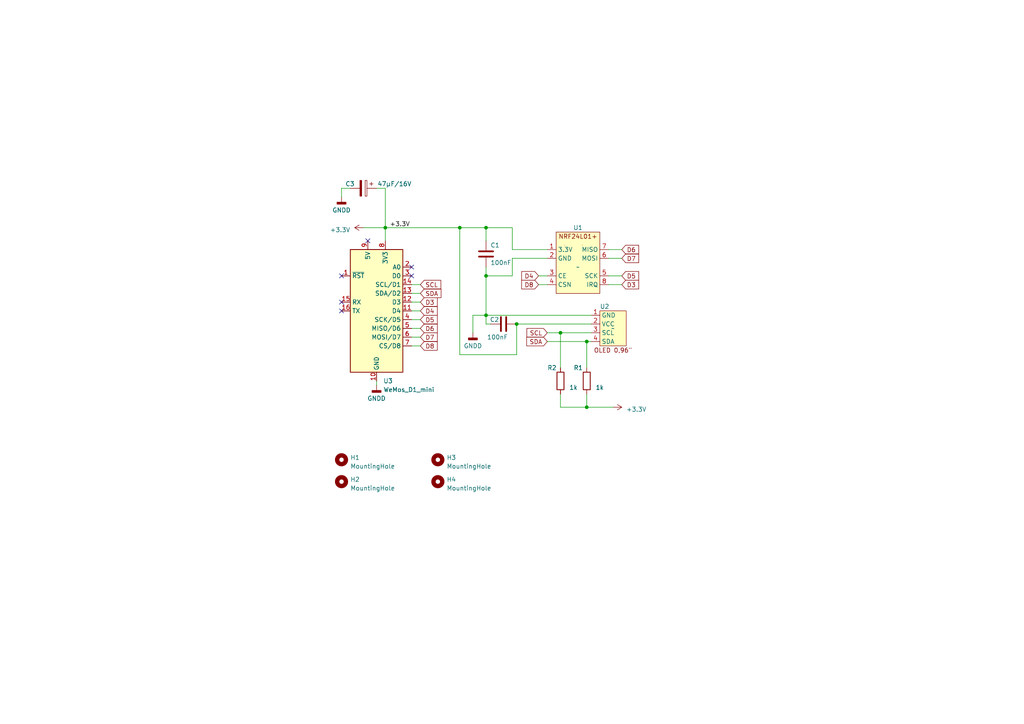
<source format=kicad_sch>
(kicad_sch (version 20230121) (generator eeschema)
  (paper "A4")
  (title_block (title "Ahoy DTU mit Display - OLED 0.96\"") (date "06.2023") (rev "2.0") (company "Peter Schneider"))
  (lib_symbols
    (symbol "Library:C" (pin_numbers hide) (pin_names (offset 0.254))
      (property "Reference" "C" (at 0.635 2.54 0))
      (property "Value" "C" (at 0.635 -2.54 0))
      (symbol "C_0_1"
        (polyline (pts (xy -2.032 -0.762) (xy 2.032 -0.762)) (stroke (width 0.508)))
        (polyline (pts (xy -2.032 0.762) (xy 2.032 0.762)) (stroke (width 0.508)))
      )
      (symbol "C_1_1"
        (pin passive line (at 0 3.81 270) (length 2.794) (name "~") (number "1"))
        (pin passive line (at 0 -3.81 90) (length 2.794) (name "~") (number "2"))
      )
    )
    (symbol "Library:C_Polarized" (pin_numbers hide) (pin_names (offset 0.254))
      (property "Reference" "C" (at 0.635 2.54 0))
      (property "Value" "C_Polarized" (at 0.635 -2.54 0))
      (symbol "C_Polarized_0_1"
        (rectangle (start -2.286 0.508) (end 2.286 1.016))
        (polyline (pts (xy -1.778 2.286) (xy -0.762 2.286)))
        (polyline (pts (xy -1.27 2.794) (xy -1.27 1.778)))
        (rectangle (start 2.286 -0.508) (end -2.286 -1.016) (fill (type outline)))
      )
      (symbol "C_Polarized_1_1"
        (pin passive line (at 0 3.81 270) (length 2.794) (name "~") (number "1"))
        (pin passive line (at 0 -3.81 90) (length 2.794) (name "~") (number "2"))
      )
    )
    (symbol "Library:MountingHole" (pin_names (offset 1.016))
      (property "Reference" "H" (at 0 5.08 0))
      (property "Value" "MountingHole" (at 0 3.175 0))
      (symbol "MountingHole_0_1"
        (circle (center 0 0) (radius 1.27) (stroke (width 1.27)))
      )
    )
    (symbol "Library:OLED_0.96"
      (property "Reference" "U" (at -2.54 6.35 0))
      (symbol "OLED_0.96_1_1"
        (rectangle (start -3.81 5.08) (end 3.81 -5.08) (fill (type background)))
        (text "OLED 0,96\"" (at 0 -6.35 0) (effects (font (size 1.27 1.27))))
        (pin power_in line (at -6.35 3.81 0) (length 2.54) (name "GND") (number "1"))
        (pin power_in line (at -6.35 1.27 0) (length 2.54) (name "VCC") (number "2"))
        (pin input line (at -6.35 -1.27 0) (length 2.54) (name "SCL") (number "3"))
        (pin bidirectional line (at -6.35 -3.81 0) (length 2.54) (name "SDA") (number "4"))
      )
    )
    (symbol "Library:R" (pin_numbers hide) (pin_names (offset 0))
      (property "Reference" "R" (at 2.032 0 90))
      (property "Value" "R" (at 0 0 90))
      (symbol "R_0_1"
        (rectangle (start -1.016 -2.54) (end 1.016 2.54) (stroke (width 0.254)))
      )
      (symbol "R_1_1"
        (pin passive line (at 0 3.81 270) (length 1.27) (name "~") (number "1"))
        (pin passive line (at 0 -3.81 90) (length 1.27) (name "~") (number "2"))
      )
    )
    (symbol "Library:WeMos_D1_mini"
      (property "Reference" "U" (at 3.81 19.05 0))
      (property "Value" "WeMos_D1_mini" (at 1.27 -19.05 0))
      (symbol "WeMos_D1_mini_1_1"
        (rectangle (start -7.62 17.78) (end 7.62 -17.78) (stroke (width 0.254)) (fill (type background)))
        (pin input line (at -10.16 10.16 0) (length 2.54) (name "~{RST}") (number "1"))
        (pin power_in line (at 0 -20.32 90) (length 2.54) (name "GND") (number "10"))
        (pin bidirectional line (at 10.16 0 180) (length 2.54) (name "D4") (number "11"))
        (pin bidirectional line (at 10.16 2.54 180) (length 2.54) (name "D3") (number "12"))
        (pin bidirectional line (at 10.16 5.08 180) (length 2.54) (name "SDA/D2") (number "13"))
        (pin bidirectional line (at 10.16 7.62 180) (length 2.54) (name "SCL/D1") (number "14"))
        (pin input line (at -10.16 2.54 0) (length 2.54) (name "RX") (number "15"))
        (pin output line (at -10.16 0 0) (length 2.54) (name "TX") (number "16"))
        (pin input line (at 10.16 12.7 180) (length 2.54) (name "A0") (number "2"))
        (pin bidirectional line (at 10.16 10.16 180) (length 2.54) (name "D0") (number "3"))
        (pin bidirectional line (at 10.16 -2.54 180) (length 2.54) (name "SCK/D5") (number "4"))
        (pin bidirectional line (at 10.16 -5.08 180) (length 2.54) (name "MISO/D6") (number "5"))
        (pin bidirectional line (at 10.16 -7.62 180) (length 2.54) (name "MOSI/D7") (number "6"))
        (pin bidirectional line (at 10.16 -10.16 180) (length 2.54) (name "CS/D8") (number "7"))
        (pin power_out line (at 2.54 20.32 270) (length 2.54) (name "3V3") (number "8"))
        (pin power_in line (at -2.54 20.32 270) (length 2.54) (name "5V") (number "9"))
      )
    )
    (symbol "NRF24L01+_1"
      (property "Reference" "U" (at 0 0 0))
      (symbol "NRF24L01+_1_0_1"
        (rectangle (start -3.81 6.35) (end -3.81 6.35))
        (rectangle (start 1.27 6.35) (end 1.27 6.35))
      )
      (symbol "NRF24L01+_1_1_1"
        (rectangle (start -6.35 10.16) (end 6.35 -7.62) (fill (type background)))
        (text "NRF24L01+" (at 0 8.89 0) (effects (font (size 1.27 1.27))))
        (pin power_in line (at -8.89 5.08 0) (length 2.54) (name "3.3V") (number "1"))
        (pin power_in line (at -8.89 2.54 0) (length 2.54) (name "GND") (number "2"))
        (pin input line (at -8.89 -2.54 0) (length 2.54) (name "CE") (number "3"))
        (pin input line (at -8.89 -5.08 0) (length 2.54) (name "CSN") (number "4"))
        (pin output line (at 8.89 -2.54 180) (length 2.54) (name "SCK") (number "5"))
        (pin input line (at 8.89 2.54 180) (length 2.54) (name "MOSI") (number "6"))
        (pin output line (at 8.89 5.08 180) (length 2.54) (name "MISO") (number "7"))
        (pin output line (at 8.89 -5.08 180) (length 2.54) (name "IRQ") (number "8"))
      )
    )
    (symbol "power:+3.3V" (power) (pin_names (offset 0))
      (property "Value" "+3.3V" (at 0 3.556 0))
      (symbol "+3.3V_0_1"
        (polyline (pts (xy -0.762 1.27) (xy 0 2.54)))
        (polyline (pts (xy 0 0) (xy 0 2.54)))
        (polyline (pts (xy 0 2.54) (xy 0.762 1.27)))
      )
      (symbol "+3.3V_1_1"
        (pin power_in line (at 0 0 90) (length 0) hide (name "+3.3V") (number "1"))
      )
    )
    (symbol "power:GNDD" (power) (pin_names (offset 0))
      (property "Value" "GNDD" (at 0 -3.175 0))
      (symbol "GNDD_0_1"
        (rectangle (start -1.27 -1.524) (end 1.27 -2.032) (stroke (width 0.254)) (fill (type outline)))
        (polyline (pts (xy 0 0) (xy 0 -1.524)))
      )
      (symbol "GNDD_1_1"
        (pin power_in line (at 0 0 270) (length 0) hide (name "GNDD") (number "1"))
      )
    )
  )
  (junction (at 170.18 99.06))
  (junction (at 140.97 80.01))
  (junction (at 111.76 66.04))
  (junction (at 140.97 66.04))
  (junction (at 162.56 96.52))
  (junction (at 133.35 66.04))
  (junction (at 170.18 118.11))
  (junction (at 149.86 93.98))
  (junction (at 140.97 91.44))
  (no_connect (at 99.06 90.17))
  (no_connect (at 119.38 80.01))
  (no_connect (at 99.06 87.63))
  (no_connect (at 106.68 69.85))
  (no_connect (at 119.38 77.47))
  (no_connect (at 99.06 80.01))
  (wire (pts (xy 140.97 77.47) (xy 140.97 80.01)))
  (wire (pts (xy 176.53 74.93) (xy 180.34 74.93)))
  (wire (pts (xy 140.97 91.44) (xy 171.45 91.44)))
  (wire (pts (xy 109.22 110.49) (xy 109.22 111.76)))
  (wire (pts (xy 158.75 99.06) (xy 170.18 99.06)))
  (wire (pts (xy 119.38 82.55) (xy 121.92 82.55)))
  (wire (pts (xy 170.18 114.3) (xy 170.18 118.11)))
  (wire (pts (xy 162.56 96.52) (xy 171.45 96.52)))
  (wire (pts (xy 111.76 66.04) (xy 111.76 69.85)))
  (wire (pts (xy 133.35 102.87) (xy 133.35 66.04)))
  (wire (pts (xy 148.59 72.39) (xy 158.75 72.39)))
  (wire (pts (xy 140.97 80.01) (xy 148.59 80.01)))
  (wire (pts (xy 176.53 80.01) (xy 180.34 80.01)))
  (wire (pts (xy 119.38 85.09) (xy 121.92 85.09)))
  (wire (pts (xy 119.38 92.71) (xy 121.92 92.71)))
  (wire (pts (xy 149.86 93.98) (xy 171.45 93.98)))
  (wire (pts (xy 149.86 93.98) (xy 149.86 102.87)))
  (wire (pts (xy 119.38 95.25) (xy 121.92 95.25)))
  (wire (pts (xy 119.38 90.17) (xy 121.92 90.17)))
  (wire (pts (xy 111.76 54.61) (xy 111.76 66.04)))
  (wire (pts (xy 170.18 118.11) (xy 177.8 118.11)))
  (wire (pts (xy 140.97 93.98) (xy 140.97 91.44)))
  (wire (pts (xy 111.76 66.04) (xy 133.35 66.04)))
  (wire (pts (xy 170.18 99.06) (xy 170.18 106.68)))
  (wire (pts (xy 140.97 80.01) (xy 140.97 91.44)))
  (wire (pts (xy 133.35 102.87) (xy 149.86 102.87)))
  (wire (pts (xy 162.56 96.52) (xy 162.56 106.68)))
  (wire (pts (xy 148.59 66.04) (xy 148.59 72.39)))
  (wire (pts (xy 133.35 66.04) (xy 140.97 66.04)))
  (wire (pts (xy 137.16 91.44) (xy 140.97 91.44)))
  (wire (pts (xy 119.38 97.79) (xy 121.92 97.79)))
  (wire (pts (xy 170.18 99.06) (xy 171.45 99.06)))
  (wire (pts (xy 148.59 74.93) (xy 158.75 74.93)))
  (wire (pts (xy 156.21 82.55) (xy 158.75 82.55)))
  (wire (pts (xy 158.75 96.52) (xy 162.56 96.52)))
  (wire (pts (xy 176.53 72.39) (xy 180.34 72.39)))
  (wire (pts (xy 111.76 54.61) (xy 109.22 54.61)))
  (wire (pts (xy 148.59 74.93) (xy 148.59 80.01)))
  (wire (pts (xy 119.38 100.33) (xy 121.92 100.33)))
  (wire (pts (xy 99.06 54.61) (xy 101.6 54.61)))
  (wire (pts (xy 162.56 118.11) (xy 170.18 118.11)))
  (wire (pts (xy 156.21 80.01) (xy 158.75 80.01)))
  (wire (pts (xy 99.06 57.15) (xy 99.06 54.61)))
  (wire (pts (xy 137.16 91.44) (xy 137.16 96.52)))
  (wire (pts (xy 140.97 66.04) (xy 140.97 69.85)))
  (wire (pts (xy 140.97 66.04) (xy 148.59 66.04)))
  (wire (pts (xy 142.24 93.98) (xy 140.97 93.98)))
  (wire (pts (xy 105.41 66.04) (xy 111.76 66.04)))
  (wire (pts (xy 119.38 87.63) (xy 121.92 87.63)))
  (wire (pts (xy 176.53 82.55) (xy 180.34 82.55)))
  (wire (pts (xy 162.56 114.3) (xy 162.56 118.11)))
  (label "+3.3V" (at 113.03 66.04 0))
  (global_label "D5" (shape input) (at 180.34 80.01 0) (property "Intersheetrefs" "${INTERSHEET_REFS}" (effects hide)))
  (global_label "D6" (shape input) (at 121.92 95.25 0) (property "Intersheetrefs" "${INTERSHEET_REFS}" (effects hide)))
  (global_label "D7" (shape input) (at 180.34 74.93 0) (property "Intersheetrefs" "${INTERSHEET_REFS}" (effects hide)))
  (global_label "D4" (shape input) (at 121.92 90.17 0) (property "Intersheetrefs" "${INTERSHEET_REFS}" (effects hide)))
  (global_label "SDA" (shape input) (at 158.75 99.06 180) (property "Intersheetrefs" "${INTERSHEET_REFS}" (effects hide)))
  (global_label "SCL" (shape input) (at 121.92 82.55 0) (property "Intersheetrefs" "${INTERSHEET_REFS}" (effects hide)))
  (global_label "D3" (shape input) (at 180.34 82.55 0) (property "Intersheetrefs" "${INTERSHEET_REFS}" (effects hide)))
  (global_label "D3" (shape input) (at 121.92 87.63 0) (property "Intersheetrefs" "${INTERSHEET_REFS}" (effects hide)))
  (global_label "D5" (shape input) (at 121.92 92.71 0) (property "Intersheetrefs" "${INTERSHEET_REFS}" (effects hide)))
  (global_label "D4" (shape input) (at 156.21 80.01 180) (property "Intersheetrefs" "${INTERSHEET_REFS}" (effects hide)))
  (global_label "D8" (shape input) (at 121.92 100.33 0) (property "Intersheetrefs" "${INTERSHEET_REFS}" (effects hide)))
  (global_label "D7" (shape input) (at 121.92 97.79 0) (property "Intersheetrefs" "${INTERSHEET_REFS}" (effects hide)))
  (global_label "D6" (shape input) (at 180.34 72.39 0) (property "Intersheetrefs" "${INTERSHEET_REFS}" (effects hide)))
  (global_label "SDA" (shape input) (at 121.92 85.09 0) (property "Intersheetrefs" "${INTERSHEET_REFS}" (effects hide)))
  (global_label "SCL" (shape input) (at 158.75 96.52 180) (property "Intersheetrefs" "${INTERSHEET_REFS}" (effects hide)))
  (global_label "D8" (shape input) (at 156.21 82.55 180) (property "Intersheetrefs" "${INTERSHEET_REFS}" (effects hide)))
  (symbol (lib_id "power:+3.3V") (at 105.41 66.04 90) (unit 1)
    (property "Reference" "#PWR05" (effects hide))
    (property "Value" "+3.3V" (at 101.6 66.675 90) (effects (justify left)))
  )
  (symbol (lib_id "Library:WeMos_D1_mini") (at 109.22 90.17 0) (unit 1)
    (property "Reference" "U3" (at 111.1759 110.49 0) (effects (justify left)))
    (property "Value" "WeMos_D1_mini" (at 111.1759 113.03 0) (effects (justify left)))
    (property "Footprint" "Module:WEMOS_D1_mini_light" (effects hide))
    (property "Datasheet" "https://wiki.wemos.cc/products:d1:d1_mini#documentation" (effects hide))
  )
  (symbol (lib_name "NRF24L01+_1") (lib_id "Library:NRF24L01+_1") (at 167.64 77.47 0) (unit 1)
    (property "Reference" "U1" (at 167.64 66.04 0))
    (property "Value" "~" (at 167.64 77.47 0))
    (property "Footprint" "lib_psch:NRF24L01+_SMD" (effects hide))
  )
  (symbol (lib_id "Library:R") (at 162.56 110.49 0) (unit 1)
    (property "Reference" "R2" (at 158.75 106.68 0) (effects (justify left)))
    (property "Value" "1k" (at 165.1 112.395 0) (effects (justify left)))
    (property "Footprint" "Resistor_SMD:R_1206_3216Metric_Pad1.30x1.75mm_HandSolder" (effects hide))
  )
  (symbol (lib_id "power:GNDD") (at 99.06 57.15 0) (unit 1)
    (property "Reference" "#PWR01" (effects hide))
    (property "Value" "GNDD" (at 99.06 60.96 0))
  )
  (symbol (lib_id "Library:C") (at 140.97 73.66 0) (unit 1)
    (property "Reference" "C1" (at 142.24 71.12 0) (effects (justify left)))
    (property "Value" "100nF" (at 142.24 76.2 0) (effects (justify left)))
    (property "Footprint" "Capacitor_SMD:C_1206_3216Metric_Pad1.33x1.80mm_HandSolder" (effects hide))
  )
  (symbol (lib_id "Library:C_Polarized") (at 105.41 54.61 270) (unit 1)
    (property "Reference" "C3" (at 102.87 53.34 90) (effects (justify right)))
    (property "Value" "47µF/16V" (at 119.38 53.34 90) (effects (justify right)))
    (property "Footprint" "Capacitor_SMD:CP_Elec_5x5.3" (effects hide))
  )
  (symbol (lib_id "Library:MountingHole") (at 99.06 133.35 0) (unit 1)
    (property "Reference" "H1" (at 101.6 132.715 0) (effects (justify left)))
    (property "Value" "MountingHole" (at 101.6 135.255 0) (effects (justify left)))
    (property "Footprint" "MountingHole:MountingHole_3.2mm_M3_DIN965_Pad" (effects hide))
  )
  (symbol (lib_id "Library:OLED_0.96") (at 177.8 95.25 0) (unit 1)
    (property "Reference" "U2" (at 173.99 88.9 0) (effects (justify left)))
    (property "Value" "~" (at 177.8 95.25 0))
    (property "Footprint" "lib_psch:OLED_0.96" (effects hide))
  )
  (symbol (lib_id "Library:MountingHole") (at 127 133.35 0) (unit 1)
    (property "Reference" "H3" (at 129.54 132.715 0) (effects (justify left)))
    (property "Value" "MountingHole" (at 129.54 135.255 0) (effects (justify left)))
    (property "Footprint" "MountingHole:MountingHole_3.2mm_M3_DIN965_Pad" (effects hide))
  )
  (symbol (lib_id "Library:MountingHole") (at 99.06 139.7 0) (unit 1)
    (property "Reference" "H2" (at 101.6 139.065 0) (effects (justify left)))
    (property "Value" "MountingHole" (at 101.6 141.605 0) (effects (justify left)))
    (property "Footprint" "MountingHole:MountingHole_3.2mm_M3_DIN965_Pad" (effects hide))
  )
  (symbol (lib_id "Library:C") (at 146.05 93.98 90) (unit 1)
    (property "Reference" "C2" (at 144.78 92.71 90) (effects (justify left)))
    (property "Value" "100nF" (at 147.32 97.79 90) (effects (justify left)))
    (property "Footprint" "Capacitor_SMD:C_1206_3216Metric_Pad1.33x1.80mm_HandSolder" (effects hide))
  )
  (symbol (lib_id "Library:MountingHole") (at 127 139.7 0) (unit 1)
    (property "Reference" "H4" (at 129.54 139.065 0) (effects (justify left)))
    (property "Value" "MountingHole" (at 129.54 141.605 0) (effects (justify left)))
    (property "Footprint" "MountingHole:MountingHole_3.2mm_M3_DIN965_Pad" (effects hide))
  )
  (symbol (lib_id "power:GNDD") (at 109.22 111.76 0) (unit 1)
    (property "Reference" "#PWR02" (effects hide))
    (property "Value" "GNDD" (at 109.22 115.57 0))
  )
  (symbol (lib_id "Library:R") (at 170.18 110.49 0) (unit 1)
    (property "Reference" "R1" (at 166.37 106.68 0) (effects (justify left)))
    (property "Value" "1k" (at 172.72 112.395 0) (effects (justify left)))
    (property "Footprint" "Resistor_SMD:R_1206_3216Metric_Pad1.30x1.75mm_HandSolder" (effects hide))
  )
  (symbol (lib_id "power:+3.3V") (at 177.8 118.11 270) (unit 1)
    (property "Reference" "#PWR04" (effects hide))
    (property "Value" "+3.3V" (at 181.61 118.745 90) (effects (justify left)))
  )
  (symbol (lib_id "power:GNDD") (at 137.16 96.52 0) (unit 1)
    (property "Reference" "#PWR03" (effects hide))
    (property "Value" "GNDD" (at 137.16 100.33 0))
  )
)
</source>
